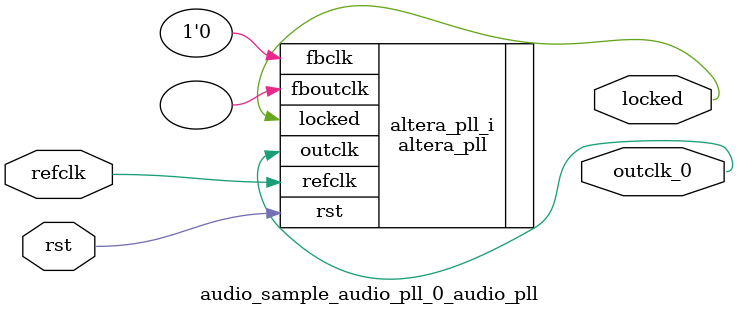
<source format=v>
`timescale 1ns/10ps
module  audio_sample_audio_pll_0_audio_pll(

	// interface 'refclk'
	input wire refclk,

	// interface 'reset'
	input wire rst,

	// interface 'outclk0'
	output wire outclk_0,

	// interface 'locked'
	output wire locked
);

	altera_pll #(
		.fractional_vco_multiplier("false"),
		.reference_clock_frequency("50.0 MHz"),
		.operation_mode("direct"),
		.number_of_clocks(1),
		.output_clock_frequency0("12.288135 MHz"),
		.phase_shift0("0 ps"),
		.duty_cycle0(50),
		.output_clock_frequency1("0 MHz"),
		.phase_shift1("0 ps"),
		.duty_cycle1(50),
		.output_clock_frequency2("0 MHz"),
		.phase_shift2("0 ps"),
		.duty_cycle2(50),
		.output_clock_frequency3("0 MHz"),
		.phase_shift3("0 ps"),
		.duty_cycle3(50),
		.output_clock_frequency4("0 MHz"),
		.phase_shift4("0 ps"),
		.duty_cycle4(50),
		.output_clock_frequency5("0 MHz"),
		.phase_shift5("0 ps"),
		.duty_cycle5(50),
		.output_clock_frequency6("0 MHz"),
		.phase_shift6("0 ps"),
		.duty_cycle6(50),
		.output_clock_frequency7("0 MHz"),
		.phase_shift7("0 ps"),
		.duty_cycle7(50),
		.output_clock_frequency8("0 MHz"),
		.phase_shift8("0 ps"),
		.duty_cycle8(50),
		.output_clock_frequency9("0 MHz"),
		.phase_shift9("0 ps"),
		.duty_cycle9(50),
		.output_clock_frequency10("0 MHz"),
		.phase_shift10("0 ps"),
		.duty_cycle10(50),
		.output_clock_frequency11("0 MHz"),
		.phase_shift11("0 ps"),
		.duty_cycle11(50),
		.output_clock_frequency12("0 MHz"),
		.phase_shift12("0 ps"),
		.duty_cycle12(50),
		.output_clock_frequency13("0 MHz"),
		.phase_shift13("0 ps"),
		.duty_cycle13(50),
		.output_clock_frequency14("0 MHz"),
		.phase_shift14("0 ps"),
		.duty_cycle14(50),
		.output_clock_frequency15("0 MHz"),
		.phase_shift15("0 ps"),
		.duty_cycle15(50),
		.output_clock_frequency16("0 MHz"),
		.phase_shift16("0 ps"),
		.duty_cycle16(50),
		.output_clock_frequency17("0 MHz"),
		.phase_shift17("0 ps"),
		.duty_cycle17(50),
		.pll_type("General"),
		.pll_subtype("General")
	) altera_pll_i (
		.rst	(rst),
		.outclk	({outclk_0}),
		.locked	(locked),
		.fboutclk	( ),
		.fbclk	(1'b0),
		.refclk	(refclk)
	);
endmodule


</source>
